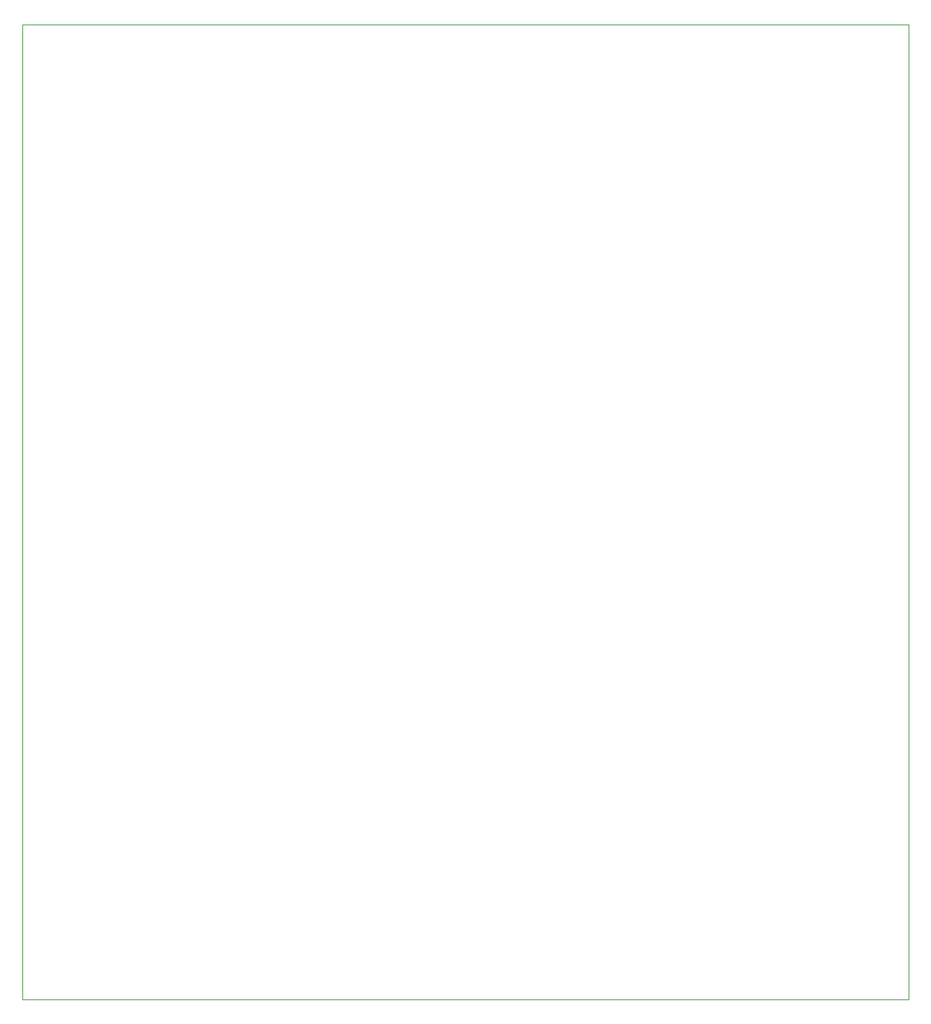
<source format=gm1>
G04 #@! TF.GenerationSoftware,KiCad,Pcbnew,(5.1.10)-1*
G04 #@! TF.CreationDate,2023-01-23T12:40:00+01:00*
G04 #@! TF.ProjectId,numpad,6e756d70-6164-42e6-9b69-6361645f7063,rev?*
G04 #@! TF.SameCoordinates,Original*
G04 #@! TF.FileFunction,Profile,NP*
%FSLAX46Y46*%
G04 Gerber Fmt 4.6, Leading zero omitted, Abs format (unit mm)*
G04 Created by KiCad (PCBNEW (5.1.10)-1) date 2023-01-23 12:40:00*
%MOMM*%
%LPD*%
G01*
G04 APERTURE LIST*
G04 #@! TA.AperFunction,Profile*
%ADD10C,0.050000*%
G04 #@! TD*
G04 APERTURE END LIST*
D10*
X58737500Y-138112500D02*
X58737500Y-23812500D01*
X162718750Y-138112500D02*
X58737500Y-138112500D01*
X162718750Y-23812500D02*
X162718750Y-138112500D01*
X58737500Y-23812500D02*
X162718750Y-23812500D01*
M02*

</source>
